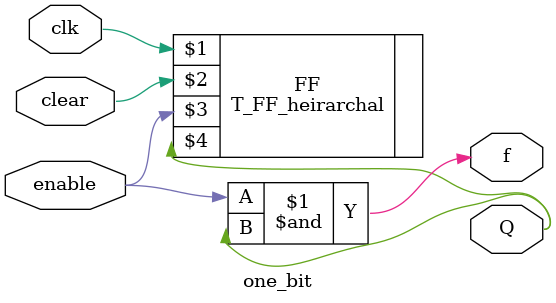
<source format=v>
`timescale 1ns / 1ps


module one_bit(
    input clk,
    input enable,
    input clear,
    output Q,
    output f
    );
    
    
    T_FF_heirarchal FF (clk, clear, enable, Q);
    
    and(f, enable, Q);
    
endmodule

</source>
